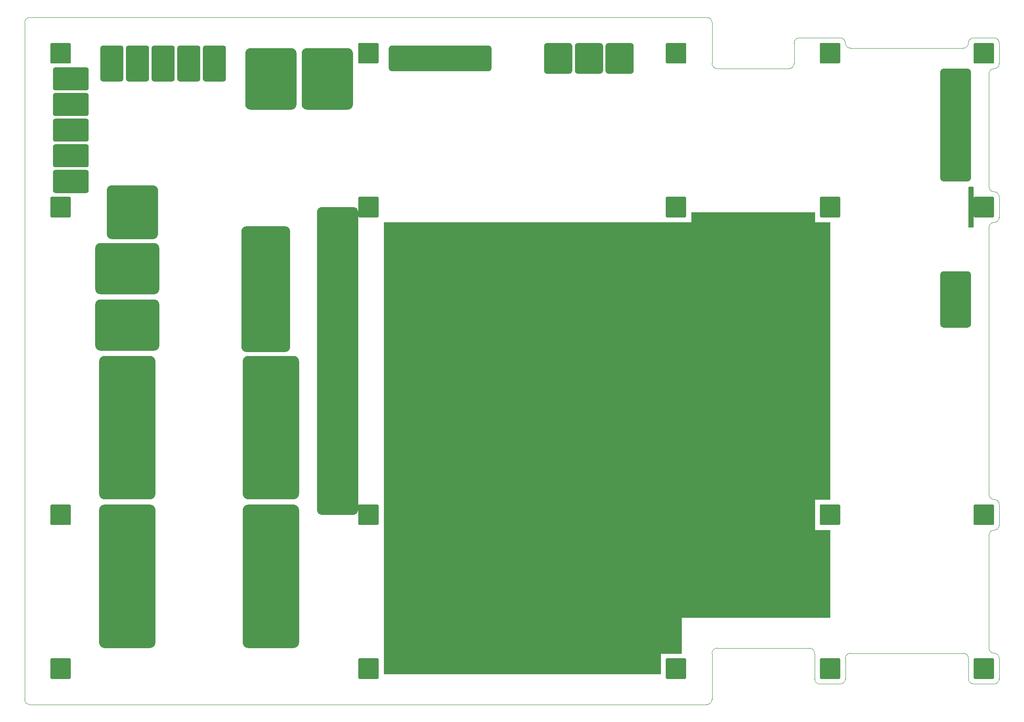
<source format=gbr>
G04 #@! TF.GenerationSoftware,KiCad,Pcbnew,6.0.10+dfsg-1~bpo11+1*
G04 #@! TF.ProjectId,storage,73746f72-6167-4652-9e6b-696361645f70,5.0*
G04 #@! TF.SameCoordinates,Original*
G04 #@! TF.FileFunction,Soldermask,Top*
G04 #@! TF.FilePolarity,Negative*
%FSLAX46Y46*%
G04 Gerber Fmt 4.6, Leading zero omitted, Abs format (unit mm)*
%MOMM*%
%LPD*%
G01*
G04 APERTURE LIST*
%ADD10C,0.120000*%
G04 #@! TA.AperFunction,Profile*
%ADD11C,0.120000*%
G04 #@! TD*
G04 APERTURE END LIST*
G36*
X204000000Y-66000000D02*
G01*
X207000000Y-66000000D01*
X207000000Y-120000000D01*
X204000000Y-120000000D01*
X204000000Y-126000000D01*
X207000000Y-126000000D01*
X207000000Y-143000000D01*
X178000000Y-143000000D01*
X178000000Y-150000000D01*
X174000000Y-150000000D01*
X174000000Y-154000000D01*
X120000000Y-154000000D01*
X120000000Y-66000000D01*
X180000000Y-66000000D01*
X180000000Y-64000000D01*
X204000000Y-64000000D01*
X204000000Y-66000000D01*
G37*
D10*
X204000000Y-66000000D02*
X207000000Y-66000000D01*
X207000000Y-120000000D01*
X204000000Y-120000000D01*
X204000000Y-126000000D01*
X207000000Y-126000000D01*
X207000000Y-143000000D01*
X178000000Y-143000000D01*
X178000000Y-150000000D01*
X174000000Y-150000000D01*
X174000000Y-154000000D01*
X120000000Y-154000000D01*
X120000000Y-66000000D01*
X180000000Y-66000000D01*
X180000000Y-64000000D01*
X204000000Y-64000000D01*
X204000000Y-66000000D01*
D11*
X51000000Y-26000000D02*
X183000000Y-26000000D01*
X240000000Y-151000000D02*
X240000000Y-155000000D01*
X210000000Y-151000000D02*
X210000000Y-155000000D01*
X183000000Y-160000000D02*
X51000000Y-160000000D01*
X184000000Y-150000000D02*
X184000000Y-159000000D01*
X203000000Y-149000000D02*
X185000000Y-149000000D01*
X200000000Y-35000000D02*
X200000000Y-31000000D01*
X185000000Y-36000000D02*
X199000000Y-36000000D01*
X211000000Y-32000000D02*
X233000000Y-32000000D01*
X240000000Y-121000000D02*
X240000000Y-125000000D01*
X209000000Y-156000000D02*
X205000000Y-156000000D01*
X238000000Y-67000000D02*
X238000000Y-119000000D01*
X234000000Y-155000000D02*
X234000000Y-151000000D01*
X239000000Y-156000000D02*
X235000000Y-156000000D01*
X233000000Y-150000000D02*
X211000000Y-150000000D01*
X201000000Y-30000000D02*
X209000000Y-30000000D01*
X240000000Y-31000000D02*
X240000000Y-35000000D01*
X184000000Y-27000000D02*
X184000000Y-35000000D01*
X204000000Y-155000000D02*
X204000000Y-150000000D01*
X50000000Y-159000000D02*
X50000000Y-27000000D01*
X235000000Y-30000000D02*
X239000000Y-30000000D01*
X238000000Y-37000000D02*
X238000000Y-59000000D01*
X238000000Y-127000000D02*
X238000000Y-149000000D01*
X240000000Y-61000000D02*
X240000000Y-65000000D01*
X51000000Y-26000000D02*
G75*
G03*
X50000000Y-27000000I-1J-999999D01*
G01*
X50000000Y-159000000D02*
G75*
G03*
X51000000Y-160000000I999999J-1D01*
G01*
X238000000Y-119000000D02*
G75*
G03*
X239000000Y-120000000I1000000J0D01*
G01*
X199000000Y-36000000D02*
G75*
G03*
X200000000Y-35000000I0J1000000D01*
G01*
X234000000Y-155000000D02*
G75*
G03*
X235000000Y-156000000I1000000J0D01*
G01*
X211000000Y-150000000D02*
G75*
G03*
X210000000Y-151000000I0J-1000000D01*
G01*
X240000000Y-151000000D02*
G75*
G03*
X239000000Y-150000000I-1000000J0D01*
G01*
X239000000Y-126000000D02*
G75*
G03*
X240000000Y-125000000I0J1000000D01*
G01*
X239000000Y-36000000D02*
G75*
G03*
X240000000Y-35000000I0J1000000D01*
G01*
X184000000Y-27000000D02*
G75*
G03*
X183000000Y-26000000I-1000000J0D01*
G01*
X183000000Y-160000000D02*
G75*
G03*
X184000000Y-159000000I0J1000000D01*
G01*
X239000000Y-66000000D02*
G75*
G03*
X240000000Y-65000000I0J1000000D01*
G01*
X185000000Y-149000000D02*
G75*
G03*
X184000000Y-150000000I0J-1000000D01*
G01*
X238000000Y-59000000D02*
G75*
G03*
X239000000Y-60000000I1000000J0D01*
G01*
X239000000Y-126000000D02*
G75*
G03*
X238000000Y-127000000I0J-1000000D01*
G01*
X240000000Y-121000000D02*
G75*
G03*
X239000000Y-120000000I-1000000J0D01*
G01*
X239000000Y-36000000D02*
G75*
G03*
X238000000Y-37000000I0J-1000000D01*
G01*
X240000000Y-61000000D02*
G75*
G03*
X239000000Y-60000000I-1000000J0D01*
G01*
X234000000Y-151000000D02*
G75*
G03*
X233000000Y-150000000I-1000000J0D01*
G01*
X239000000Y-66000000D02*
G75*
G03*
X238000000Y-67000000I0J-1000000D01*
G01*
X210000000Y-31000000D02*
G75*
G03*
X209000000Y-30000000I-1000000J0D01*
G01*
X240000000Y-31000000D02*
G75*
G03*
X239000000Y-30000000I-1000000J0D01*
G01*
X204000000Y-155000000D02*
G75*
G03*
X205000000Y-156000000I1000000J0D01*
G01*
X210000000Y-31000000D02*
G75*
G03*
X211000000Y-32000000I1000000J0D01*
G01*
X233000000Y-32000000D02*
G75*
G03*
X234000000Y-31000000I0J1000000D01*
G01*
X239000000Y-156000000D02*
G75*
G03*
X240000000Y-155000000I0J1000000D01*
G01*
X209000000Y-156000000D02*
G75*
G03*
X210000000Y-155000000I0J1000000D01*
G01*
X201000000Y-30000000D02*
G75*
G03*
X200000000Y-31000000I0J-1000000D01*
G01*
X235000000Y-30000000D02*
G75*
G03*
X234000000Y-31000000I0J-1000000D01*
G01*
X238000000Y-149000000D02*
G75*
G03*
X239000000Y-150000000I1000000J0D01*
G01*
X204000000Y-150000000D02*
G75*
G03*
X203000000Y-149000000I-1000000J0D01*
G01*
X184000000Y-35000000D02*
G75*
G03*
X185000000Y-36000000I1000000J0D01*
G01*
G36*
G01*
X84750000Y-38050000D02*
X84750000Y-31950000D01*
G75*
G02*
X85200000Y-31500000I450000J0D01*
G01*
X88800000Y-31500000D01*
G75*
G02*
X89250000Y-31950000I0J-450000D01*
G01*
X89250000Y-38050000D01*
G75*
G02*
X88800000Y-38500000I-450000J0D01*
G01*
X85200000Y-38500000D01*
G75*
G02*
X84750000Y-38050000I0J450000D01*
G01*
G37*
G36*
G01*
X100800000Y-91250000D02*
X93200000Y-91250000D01*
G75*
G02*
X92250000Y-90300000I0J950000D01*
G01*
X92250000Y-67700000D01*
G75*
G02*
X93200000Y-66750000I950000J0D01*
G01*
X100800000Y-66750000D01*
G75*
G02*
X101750000Y-67700000I0J-950000D01*
G01*
X101750000Y-90300000D01*
G75*
G02*
X100800000Y-91250000I-950000J0D01*
G01*
G37*
G36*
G01*
X235000000Y-64800000D02*
X235000000Y-61200000D01*
G75*
G02*
X235200000Y-61000000I200000J0D01*
G01*
X238800000Y-61000000D01*
G75*
G02*
X239000000Y-61200000I0J-200000D01*
G01*
X239000000Y-64800000D01*
G75*
G02*
X238800000Y-65000000I-200000J0D01*
G01*
X235200000Y-65000000D01*
G75*
G02*
X235000000Y-64800000I0J200000D01*
G01*
G37*
G36*
G01*
X235000000Y-154800000D02*
X235000000Y-151200000D01*
G75*
G02*
X235200000Y-151000000I200000J0D01*
G01*
X238800000Y-151000000D01*
G75*
G02*
X239000000Y-151200000I0J-200000D01*
G01*
X239000000Y-154800000D01*
G75*
G02*
X238800000Y-155000000I-200000J0D01*
G01*
X235200000Y-155000000D01*
G75*
G02*
X235000000Y-154800000I0J200000D01*
G01*
G37*
G36*
G01*
X55000000Y-124800000D02*
X55000000Y-121200000D01*
G75*
G02*
X55200000Y-121000000I200000J0D01*
G01*
X58800000Y-121000000D01*
G75*
G02*
X59000000Y-121200000I0J-200000D01*
G01*
X59000000Y-124800000D01*
G75*
G02*
X58800000Y-125000000I-200000J0D01*
G01*
X55200000Y-125000000D01*
G75*
G02*
X55000000Y-124800000I0J200000D01*
G01*
G37*
G36*
G01*
X175000000Y-64800000D02*
X175000000Y-61200000D01*
G75*
G02*
X175200000Y-61000000I200000J0D01*
G01*
X178800000Y-61000000D01*
G75*
G02*
X179000000Y-61200000I0J-200000D01*
G01*
X179000000Y-64800000D01*
G75*
G02*
X178800000Y-65000000I-200000J0D01*
G01*
X175200000Y-65000000D01*
G75*
G02*
X175000000Y-64800000I0J200000D01*
G01*
G37*
G36*
G01*
X115000000Y-64800000D02*
X115000000Y-61200000D01*
G75*
G02*
X115200000Y-61000000I200000J0D01*
G01*
X118800000Y-61000000D01*
G75*
G02*
X119000000Y-61200000I0J-200000D01*
G01*
X119000000Y-64800000D01*
G75*
G02*
X118800000Y-65000000I-200000J0D01*
G01*
X115200000Y-65000000D01*
G75*
G02*
X115000000Y-64800000I0J200000D01*
G01*
G37*
G36*
G01*
X175000000Y-154800000D02*
X175000000Y-151200000D01*
G75*
G02*
X175200000Y-151000000I200000J0D01*
G01*
X178800000Y-151000000D01*
G75*
G02*
X179000000Y-151200000I0J-200000D01*
G01*
X179000000Y-154800000D01*
G75*
G02*
X178800000Y-155000000I-200000J0D01*
G01*
X175200000Y-155000000D01*
G75*
G02*
X175000000Y-154800000I0J200000D01*
G01*
G37*
G36*
G01*
X175000000Y-34800000D02*
X175000000Y-31200000D01*
G75*
G02*
X175200000Y-31000000I200000J0D01*
G01*
X178800000Y-31000000D01*
G75*
G02*
X179000000Y-31200000I0J-200000D01*
G01*
X179000000Y-34800000D01*
G75*
G02*
X178800000Y-35000000I-200000J0D01*
G01*
X175200000Y-35000000D01*
G75*
G02*
X175000000Y-34800000I0J200000D01*
G01*
G37*
G36*
G01*
X55000000Y-64800000D02*
X55000000Y-61200000D01*
G75*
G02*
X55200000Y-61000000I200000J0D01*
G01*
X58800000Y-61000000D01*
G75*
G02*
X59000000Y-61200000I0J-200000D01*
G01*
X59000000Y-64800000D01*
G75*
G02*
X58800000Y-65000000I-200000J0D01*
G01*
X55200000Y-65000000D01*
G75*
G02*
X55000000Y-64800000I0J200000D01*
G01*
G37*
G36*
G01*
X205000000Y-34800000D02*
X205000000Y-31200000D01*
G75*
G02*
X205200000Y-31000000I200000J0D01*
G01*
X208800000Y-31000000D01*
G75*
G02*
X209000000Y-31200000I0J-200000D01*
G01*
X209000000Y-34800000D01*
G75*
G02*
X208800000Y-35000000I-200000J0D01*
G01*
X205200000Y-35000000D01*
G75*
G02*
X205000000Y-34800000I0J200000D01*
G01*
G37*
G36*
G01*
X115000000Y-154800000D02*
X115000000Y-151200000D01*
G75*
G02*
X115200000Y-151000000I200000J0D01*
G01*
X118800000Y-151000000D01*
G75*
G02*
X119000000Y-151200000I0J-200000D01*
G01*
X119000000Y-154800000D01*
G75*
G02*
X118800000Y-155000000I-200000J0D01*
G01*
X115200000Y-155000000D01*
G75*
G02*
X115000000Y-154800000I0J200000D01*
G01*
G37*
G36*
G01*
X205000000Y-64800000D02*
X205000000Y-61200000D01*
G75*
G02*
X205200000Y-61000000I200000J0D01*
G01*
X208800000Y-61000000D01*
G75*
G02*
X209000000Y-61200000I0J-200000D01*
G01*
X209000000Y-64800000D01*
G75*
G02*
X208800000Y-65000000I-200000J0D01*
G01*
X205200000Y-65000000D01*
G75*
G02*
X205000000Y-64800000I0J200000D01*
G01*
G37*
G36*
G01*
X205000000Y-124800000D02*
X205000000Y-121200000D01*
G75*
G02*
X205200000Y-121000000I200000J0D01*
G01*
X208800000Y-121000000D01*
G75*
G02*
X209000000Y-121200000I0J-200000D01*
G01*
X209000000Y-124800000D01*
G75*
G02*
X208800000Y-125000000I-200000J0D01*
G01*
X205200000Y-125000000D01*
G75*
G02*
X205000000Y-124800000I0J200000D01*
G01*
G37*
G36*
G01*
X115000000Y-34800000D02*
X115000000Y-31200000D01*
G75*
G02*
X115200000Y-31000000I200000J0D01*
G01*
X118800000Y-31000000D01*
G75*
G02*
X119000000Y-31200000I0J-200000D01*
G01*
X119000000Y-34800000D01*
G75*
G02*
X118800000Y-35000000I-200000J0D01*
G01*
X115200000Y-35000000D01*
G75*
G02*
X115000000Y-34800000I0J200000D01*
G01*
G37*
G36*
G01*
X235000000Y-124800000D02*
X235000000Y-121200000D01*
G75*
G02*
X235200000Y-121000000I200000J0D01*
G01*
X238800000Y-121000000D01*
G75*
G02*
X239000000Y-121200000I0J-200000D01*
G01*
X239000000Y-124800000D01*
G75*
G02*
X238800000Y-125000000I-200000J0D01*
G01*
X235200000Y-125000000D01*
G75*
G02*
X235000000Y-124800000I0J200000D01*
G01*
G37*
G36*
G01*
X55000000Y-154800000D02*
X55000000Y-151200000D01*
G75*
G02*
X55200000Y-151000000I200000J0D01*
G01*
X58800000Y-151000000D01*
G75*
G02*
X59000000Y-151200000I0J-200000D01*
G01*
X59000000Y-154800000D01*
G75*
G02*
X58800000Y-155000000I-200000J0D01*
G01*
X55200000Y-155000000D01*
G75*
G02*
X55000000Y-154800000I0J200000D01*
G01*
G37*
G36*
G01*
X205000000Y-154800000D02*
X205000000Y-151200000D01*
G75*
G02*
X205200000Y-151000000I200000J0D01*
G01*
X208800000Y-151000000D01*
G75*
G02*
X209000000Y-151200000I0J-200000D01*
G01*
X209000000Y-154800000D01*
G75*
G02*
X208800000Y-155000000I-200000J0D01*
G01*
X205200000Y-155000000D01*
G75*
G02*
X205000000Y-154800000I0J200000D01*
G01*
G37*
G36*
G01*
X235000000Y-34800000D02*
X235000000Y-31200000D01*
G75*
G02*
X235200000Y-31000000I200000J0D01*
G01*
X238800000Y-31000000D01*
G75*
G02*
X239000000Y-31200000I0J-200000D01*
G01*
X239000000Y-34800000D01*
G75*
G02*
X238800000Y-35000000I-200000J0D01*
G01*
X235200000Y-35000000D01*
G75*
G02*
X235000000Y-34800000I0J200000D01*
G01*
G37*
G36*
G01*
X175000000Y-124800000D02*
X175000000Y-121200000D01*
G75*
G02*
X175200000Y-121000000I200000J0D01*
G01*
X178800000Y-121000000D01*
G75*
G02*
X179000000Y-121200000I0J-200000D01*
G01*
X179000000Y-124800000D01*
G75*
G02*
X178800000Y-125000000I-200000J0D01*
G01*
X175200000Y-125000000D01*
G75*
G02*
X175000000Y-124800000I0J200000D01*
G01*
G37*
G36*
G01*
X55000000Y-34800000D02*
X55000000Y-31200000D01*
G75*
G02*
X55200000Y-31000000I200000J0D01*
G01*
X58800000Y-31000000D01*
G75*
G02*
X59000000Y-31200000I0J-200000D01*
G01*
X59000000Y-34800000D01*
G75*
G02*
X58800000Y-35000000I-200000J0D01*
G01*
X55200000Y-35000000D01*
G75*
G02*
X55000000Y-34800000I0J200000D01*
G01*
G37*
G36*
G01*
X115000000Y-124800000D02*
X115000000Y-121200000D01*
G75*
G02*
X115200000Y-121000000I200000J0D01*
G01*
X118800000Y-121000000D01*
G75*
G02*
X119000000Y-121200000I0J-200000D01*
G01*
X119000000Y-124800000D01*
G75*
G02*
X118800000Y-125000000I-200000J0D01*
G01*
X115200000Y-125000000D01*
G75*
G02*
X115000000Y-124800000I0J200000D01*
G01*
G37*
G36*
G01*
X229100000Y-75500000D02*
X233900000Y-75500000D01*
G75*
G02*
X234500000Y-76100000I0J-600000D01*
G01*
X234500000Y-85900000D01*
G75*
G02*
X233900000Y-86500000I-600000J0D01*
G01*
X229100000Y-86500000D01*
G75*
G02*
X228500000Y-85900000I0J600000D01*
G01*
X228500000Y-76100000D01*
G75*
G02*
X229100000Y-75500000I600000J0D01*
G01*
G37*
G36*
G01*
X151250000Y-36450000D02*
X151250000Y-31550000D01*
G75*
G02*
X151800000Y-31000000I550000J0D01*
G01*
X156200000Y-31000000D01*
G75*
G02*
X156750000Y-31550000I0J-550000D01*
G01*
X156750000Y-36450000D01*
G75*
G02*
X156200000Y-37000000I-550000J0D01*
G01*
X151800000Y-37000000D01*
G75*
G02*
X151250000Y-36450000I0J550000D01*
G01*
G37*
G36*
G01*
X64750000Y-70000000D02*
X75250000Y-70000000D01*
G75*
G02*
X76250000Y-71000000I0J-1000000D01*
G01*
X76250000Y-79000000D01*
G75*
G02*
X75250000Y-80000000I-1000000J0D01*
G01*
X64750000Y-80000000D01*
G75*
G02*
X63750000Y-79000000I0J1000000D01*
G01*
X63750000Y-71000000D01*
G75*
G02*
X64750000Y-70000000I1000000J0D01*
G01*
G37*
G36*
G01*
X62050000Y-40250000D02*
X55950000Y-40250000D01*
G75*
G02*
X55500000Y-39800000I0J450000D01*
G01*
X55500000Y-36200000D01*
G75*
G02*
X55950000Y-35750000I450000J0D01*
G01*
X62050000Y-35750000D01*
G75*
G02*
X62500000Y-36200000I0J-450000D01*
G01*
X62500000Y-39800000D01*
G75*
G02*
X62050000Y-40250000I-450000J0D01*
G01*
G37*
G36*
G01*
X79750000Y-38050000D02*
X79750000Y-31950000D01*
G75*
G02*
X80200000Y-31500000I450000J0D01*
G01*
X83800000Y-31500000D01*
G75*
G02*
X84250000Y-31950000I0J-450000D01*
G01*
X84250000Y-38050000D01*
G75*
G02*
X83800000Y-38500000I-450000J0D01*
G01*
X80200000Y-38500000D01*
G75*
G02*
X79750000Y-38050000I0J450000D01*
G01*
G37*
G36*
G01*
X234100000Y-59000000D02*
X234900000Y-59000000D01*
G75*
G02*
X235000000Y-59100000I0J-100000D01*
G01*
X235000000Y-66900000D01*
G75*
G02*
X234900000Y-67000000I-100000J0D01*
G01*
X234100000Y-67000000D01*
G75*
G02*
X234000000Y-66900000I0J100000D01*
G01*
X234000000Y-59100000D01*
G75*
G02*
X234100000Y-59000000I100000J0D01*
G01*
G37*
G36*
G01*
X93000000Y-43000000D02*
X93000000Y-33000000D01*
G75*
G02*
X94000000Y-32000000I1000000J0D01*
G01*
X102000000Y-32000000D01*
G75*
G02*
X103000000Y-33000000I0J-1000000D01*
G01*
X103000000Y-43000000D01*
G75*
G02*
X102000000Y-44000000I-1000000J0D01*
G01*
X94000000Y-44000000D01*
G75*
G02*
X93000000Y-43000000I0J1000000D01*
G01*
G37*
G36*
G01*
X75250000Y-91000000D02*
X64750000Y-91000000D01*
G75*
G02*
X63750000Y-90000000I0J1000000D01*
G01*
X63750000Y-82000000D01*
G75*
G02*
X64750000Y-81000000I1000000J0D01*
G01*
X75250000Y-81000000D01*
G75*
G02*
X76250000Y-82000000I0J-1000000D01*
G01*
X76250000Y-90000000D01*
G75*
G02*
X75250000Y-91000000I-1000000J0D01*
G01*
G37*
G36*
G01*
X62050000Y-60250000D02*
X55950000Y-60250000D01*
G75*
G02*
X55500000Y-59800000I0J450000D01*
G01*
X55500000Y-56200000D01*
G75*
G02*
X55950000Y-55750000I450000J0D01*
G01*
X62050000Y-55750000D01*
G75*
G02*
X62500000Y-56200000I0J-450000D01*
G01*
X62500000Y-59800000D01*
G75*
G02*
X62050000Y-60250000I-450000J0D01*
G01*
G37*
G36*
G01*
X74750000Y-38050000D02*
X74750000Y-31950000D01*
G75*
G02*
X75200000Y-31500000I450000J0D01*
G01*
X78800000Y-31500000D01*
G75*
G02*
X79250000Y-31950000I0J-450000D01*
G01*
X79250000Y-38050000D01*
G75*
G02*
X78800000Y-38500000I-450000J0D01*
G01*
X75200000Y-38500000D01*
G75*
G02*
X74750000Y-38050000I0J450000D01*
G01*
G37*
G36*
G01*
X163250000Y-36450000D02*
X163250000Y-31550000D01*
G75*
G02*
X163800000Y-31000000I550000J0D01*
G01*
X168200000Y-31000000D01*
G75*
G02*
X168750000Y-31550000I0J-550000D01*
G01*
X168750000Y-36450000D01*
G75*
G02*
X168200000Y-37000000I-550000J0D01*
G01*
X163800000Y-37000000D01*
G75*
G02*
X163250000Y-36450000I0J550000D01*
G01*
G37*
G36*
G01*
X157250000Y-36450000D02*
X157250000Y-31550000D01*
G75*
G02*
X157800000Y-31000000I550000J0D01*
G01*
X162200000Y-31000000D01*
G75*
G02*
X162750000Y-31550000I0J-550000D01*
G01*
X162750000Y-36450000D01*
G75*
G02*
X162200000Y-37000000I-550000J0D01*
G01*
X157800000Y-37000000D01*
G75*
G02*
X157250000Y-36450000I0J550000D01*
G01*
G37*
G36*
G01*
X229100000Y-36000000D02*
X233900000Y-36000000D01*
G75*
G02*
X234500000Y-36600000I0J-600000D01*
G01*
X234500000Y-57400000D01*
G75*
G02*
X233900000Y-58000000I-600000J0D01*
G01*
X229100000Y-58000000D01*
G75*
G02*
X228500000Y-57400000I0J600000D01*
G01*
X228500000Y-36600000D01*
G75*
G02*
X229100000Y-36000000I600000J0D01*
G01*
G37*
G36*
G01*
X104000000Y-43000000D02*
X104000000Y-33000000D01*
G75*
G02*
X105000000Y-32000000I1000000J0D01*
G01*
X113000000Y-32000000D01*
G75*
G02*
X114000000Y-33000000I0J-1000000D01*
G01*
X114000000Y-43000000D01*
G75*
G02*
X113000000Y-44000000I-1000000J0D01*
G01*
X105000000Y-44000000D01*
G75*
G02*
X104000000Y-43000000I0J1000000D01*
G01*
G37*
G36*
G01*
X69750000Y-38050000D02*
X69750000Y-31950000D01*
G75*
G02*
X70200000Y-31500000I450000J0D01*
G01*
X73800000Y-31500000D01*
G75*
G02*
X74250000Y-31950000I0J-450000D01*
G01*
X74250000Y-38050000D01*
G75*
G02*
X73800000Y-38500000I-450000J0D01*
G01*
X70200000Y-38500000D01*
G75*
G02*
X69750000Y-38050000I0J450000D01*
G01*
G37*
G36*
G01*
X75000000Y-69250000D02*
X67000000Y-69250000D01*
G75*
G02*
X66000000Y-68250000I0J1000000D01*
G01*
X66000000Y-59750000D01*
G75*
G02*
X67000000Y-58750000I1000000J0D01*
G01*
X75000000Y-58750000D01*
G75*
G02*
X76000000Y-59750000I0J-1000000D01*
G01*
X76000000Y-68250000D01*
G75*
G02*
X75000000Y-69250000I-1000000J0D01*
G01*
G37*
G36*
G01*
X62050000Y-45250000D02*
X55950000Y-45250000D01*
G75*
G02*
X55500000Y-44800000I0J450000D01*
G01*
X55500000Y-41200000D01*
G75*
G02*
X55950000Y-40750000I450000J0D01*
G01*
X62050000Y-40750000D01*
G75*
G02*
X62500000Y-41200000I0J-450000D01*
G01*
X62500000Y-44800000D01*
G75*
G02*
X62050000Y-45250000I-450000J0D01*
G01*
G37*
G36*
G01*
X102400000Y-149000000D02*
X93600000Y-149000000D01*
G75*
G02*
X92500000Y-147900000I0J1100000D01*
G01*
X92500000Y-122100000D01*
G75*
G02*
X93600000Y-121000000I1100000J0D01*
G01*
X102400000Y-121000000D01*
G75*
G02*
X103500000Y-122100000I0J-1100000D01*
G01*
X103500000Y-147900000D01*
G75*
G02*
X102400000Y-149000000I-1100000J0D01*
G01*
G37*
G36*
G01*
X65600000Y-92000000D02*
X74400000Y-92000000D01*
G75*
G02*
X75500000Y-93100000I0J-1100000D01*
G01*
X75500000Y-118900000D01*
G75*
G02*
X74400000Y-120000000I-1100000J0D01*
G01*
X65600000Y-120000000D01*
G75*
G02*
X64500000Y-118900000I0J1100000D01*
G01*
X64500000Y-93100000D01*
G75*
G02*
X65600000Y-92000000I1100000J0D01*
G01*
G37*
G36*
G01*
X121000000Y-36000000D02*
X121000000Y-32000000D01*
G75*
G02*
X121500000Y-31500000I500000J0D01*
G01*
X140500000Y-31500000D01*
G75*
G02*
X141000000Y-32000000I0J-500000D01*
G01*
X141000000Y-36000000D01*
G75*
G02*
X140500000Y-36500000I-500000J0D01*
G01*
X121500000Y-36500000D01*
G75*
G02*
X121000000Y-36000000I0J500000D01*
G01*
G37*
G36*
G01*
X102400000Y-120000000D02*
X93600000Y-120000000D01*
G75*
G02*
X92500000Y-118900000I0J1100000D01*
G01*
X92500000Y-93100000D01*
G75*
G02*
X93600000Y-92000000I1100000J0D01*
G01*
X102400000Y-92000000D01*
G75*
G02*
X103500000Y-93100000I0J-1100000D01*
G01*
X103500000Y-118900000D01*
G75*
G02*
X102400000Y-120000000I-1100000J0D01*
G01*
G37*
G36*
G01*
X62050000Y-50250000D02*
X55950000Y-50250000D01*
G75*
G02*
X55500000Y-49800000I0J450000D01*
G01*
X55500000Y-46200000D01*
G75*
G02*
X55950000Y-45750000I450000J0D01*
G01*
X62050000Y-45750000D01*
G75*
G02*
X62500000Y-46200000I0J-450000D01*
G01*
X62500000Y-49800000D01*
G75*
G02*
X62050000Y-50250000I-450000J0D01*
G01*
G37*
G36*
G01*
X65600000Y-121000000D02*
X74400000Y-121000000D01*
G75*
G02*
X75500000Y-122100000I0J-1100000D01*
G01*
X75500000Y-147900000D01*
G75*
G02*
X74400000Y-149000000I-1100000J0D01*
G01*
X65600000Y-149000000D01*
G75*
G02*
X64500000Y-147900000I0J1100000D01*
G01*
X64500000Y-122100000D01*
G75*
G02*
X65600000Y-121000000I1100000J0D01*
G01*
G37*
G36*
G01*
X62050000Y-55250000D02*
X55950000Y-55250000D01*
G75*
G02*
X55500000Y-54800000I0J450000D01*
G01*
X55500000Y-51200000D01*
G75*
G02*
X55950000Y-50750000I450000J0D01*
G01*
X62050000Y-50750000D01*
G75*
G02*
X62500000Y-51200000I0J-450000D01*
G01*
X62500000Y-54800000D01*
G75*
G02*
X62050000Y-55250000I-450000J0D01*
G01*
G37*
G36*
G01*
X64750000Y-38050000D02*
X64750000Y-31950000D01*
G75*
G02*
X65200000Y-31500000I450000J0D01*
G01*
X68800000Y-31500000D01*
G75*
G02*
X69250000Y-31950000I0J-450000D01*
G01*
X69250000Y-38050000D01*
G75*
G02*
X68800000Y-38500000I-450000J0D01*
G01*
X65200000Y-38500000D01*
G75*
G02*
X64750000Y-38050000I0J450000D01*
G01*
G37*
G36*
G01*
X107800000Y-63000000D02*
X114200000Y-63000000D01*
G75*
G02*
X115000000Y-63800000I0J-800000D01*
G01*
X115000000Y-122200000D01*
G75*
G02*
X114200000Y-123000000I-800000J0D01*
G01*
X107800000Y-123000000D01*
G75*
G02*
X107000000Y-122200000I0J800000D01*
G01*
X107000000Y-63800000D01*
G75*
G02*
X107800000Y-63000000I800000J0D01*
G01*
G37*
M02*

</source>
